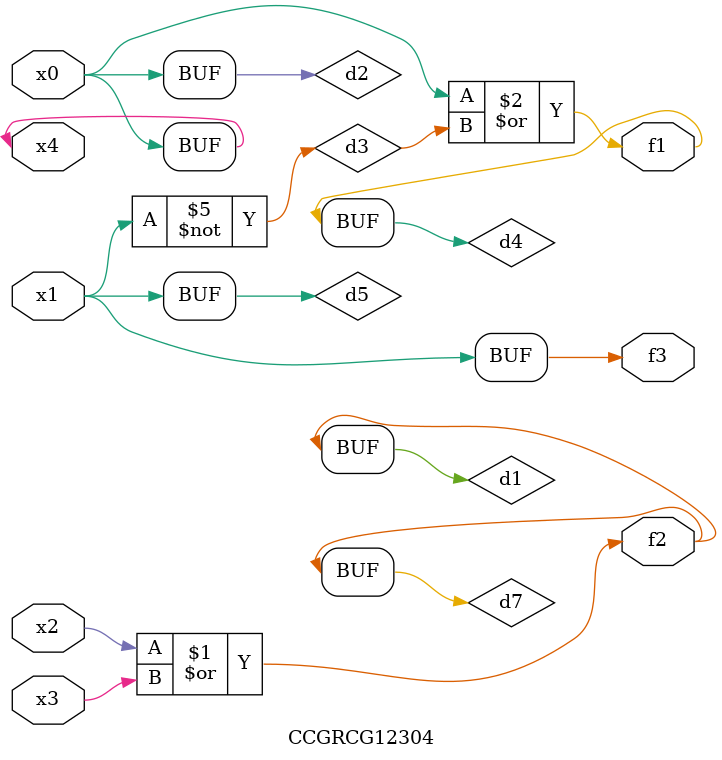
<source format=v>
module CCGRCG12304(
	input x0, x1, x2, x3, x4,
	output f1, f2, f3
);

	wire d1, d2, d3, d4, d5, d6, d7;

	or (d1, x2, x3);
	buf (d2, x0, x4);
	not (d3, x1);
	or (d4, d2, d3);
	not (d5, d3);
	nand (d6, d1, d3);
	or (d7, d1);
	assign f1 = d4;
	assign f2 = d7;
	assign f3 = d5;
endmodule

</source>
